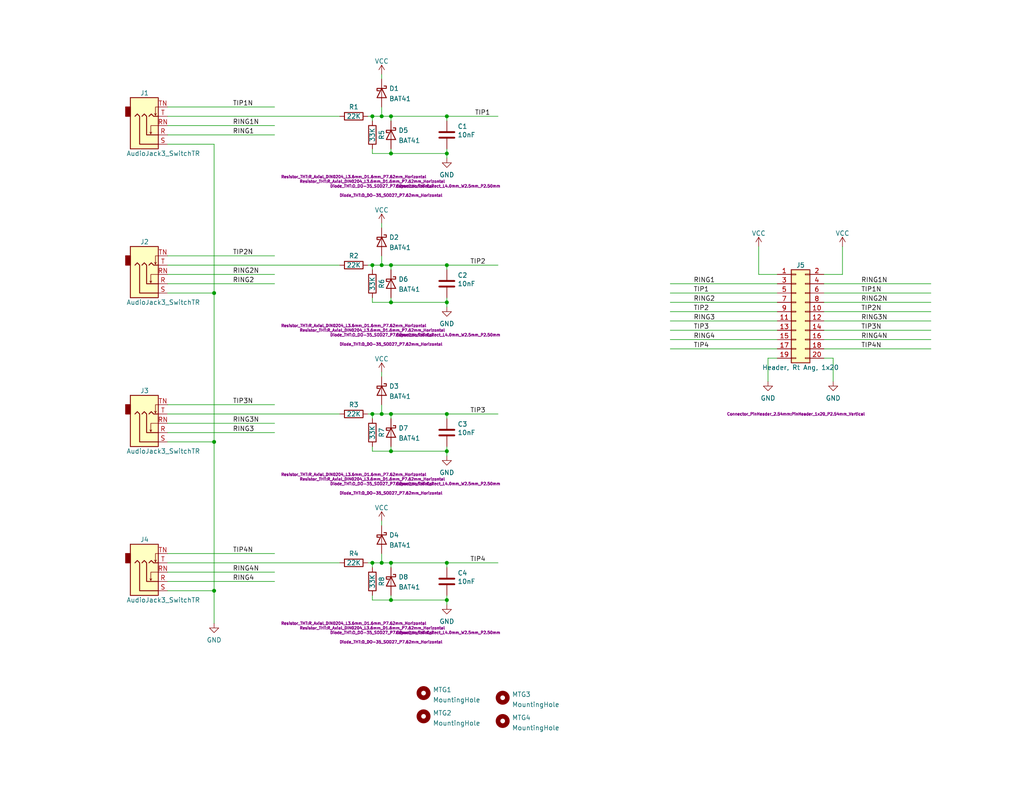
<source format=kicad_sch>
(kicad_sch (version 20211123) (generator eeschema)
  (paper "A")
  (title_block (title "SCALE/CLIP/FILTER JACKS CARD") (date "2022-10-05") (rev "1"))
  (lib_symbols
    (symbol "Connector:AudioJack3_SwitchTR"
      (property "Reference" "J" (at 0 8.89 0))
      (property "Value" "AudioJack3_SwitchTR" (at 0 6.35 0))
      (symbol "AudioJack3_SwitchTR_0_1"
        (rectangle (start -5.08 -5.08) (end -6.35 -7.62) (stroke (width 0.254)) (fill (type outline)))
        (polyline (pts (xy 0.508 -0.254) (xy 0.762 -0.762)))
        (polyline (pts (xy 1.778 -5.334) (xy 2.032 -5.842)))
        (polyline (pts (xy 0 -5.08) (xy 0.635 -5.715) (xy 1.27 -5.08) (xy 2.54 -5.08)) (stroke (width 0.254)))
        (polyline (pts (xy 2.54 -7.62) (xy 1.778 -7.62) (xy 1.778 -5.334) (xy 1.524 -5.842)))
        (polyline (pts (xy 2.54 -2.54) (xy 0.508 -2.54) (xy 0.508 -0.254) (xy 0.254 -0.762)))
        (polyline (pts (xy -1.905 -5.08) (xy -1.27 -5.715) (xy -0.635 -5.08) (xy -0.635 0) (xy 2.54 0)) (stroke (width 0.254)))
        (polyline (pts (xy 2.54 2.54) (xy -2.54 2.54) (xy -2.54 -5.08) (xy -3.175 -5.715) (xy -3.81 -5.08)) (stroke (width 0.254)))
        (rectangle (start 2.54 3.81) (end -5.08 -10.16) (stroke (width 0.254)) (fill (type background)))
      )
      (symbol "AudioJack3_SwitchTR_1_1"
        (pin passive line (at 5.08 0 180) (length 2.54) (name "~") (number "R"))
        (pin passive line (at 5.08 -2.54 180) (length 2.54) (name "~") (number "RN"))
        (pin passive line (at 5.08 2.54 180) (length 2.54) (name "~") (number "S"))
        (pin passive line (at 5.08 -5.08 180) (length 2.54) (name "~") (number "T"))
        (pin passive line (at 5.08 -7.62 180) (length 2.54) (name "~") (number "TN"))
      )
    )
    (symbol "Connector_Generic:Conn_02x10_Odd_Even" (pin_names (offset 1.016) hide)
      (property "Reference" "J" (at 1.27 12.7 0))
      (property "Value" "Conn_02x10_Odd_Even" (at 1.27 -15.24 0))
      (symbol "Conn_02x10_Odd_Even_1_1"
        (rectangle (start -1.27 -12.573) (end 0 -12.827) (stroke (width 0.1524)))
        (rectangle (start -1.27 -10.033) (end 0 -10.287) (stroke (width 0.1524)))
        (rectangle (start -1.27 -7.493) (end 0 -7.747) (stroke (width 0.1524)))
        (rectangle (start -1.27 -4.953) (end 0 -5.207) (stroke (width 0.1524)))
        (rectangle (start -1.27 -2.413) (end 0 -2.667) (stroke (width 0.1524)))
        (rectangle (start -1.27 0.127) (end 0 -0.127) (stroke (width 0.1524)))
        (rectangle (start -1.27 2.667) (end 0 2.413) (stroke (width 0.1524)))
        (rectangle (start -1.27 5.207) (end 0 4.953) (stroke (width 0.1524)))
        (rectangle (start -1.27 7.747) (end 0 7.493) (stroke (width 0.1524)))
        (rectangle (start -1.27 10.287) (end 0 10.033) (stroke (width 0.1524)))
        (rectangle (start -1.27 11.43) (end 3.81 -13.97) (stroke (width 0.254)) (fill (type background)))
        (rectangle (start 3.81 -12.573) (end 2.54 -12.827) (stroke (width 0.1524)))
        (rectangle (start 3.81 -10.033) (end 2.54 -10.287) (stroke (width 0.1524)))
        (rectangle (start 3.81 -7.493) (end 2.54 -7.747) (stroke (width 0.1524)))
        (rectangle (start 3.81 -4.953) (end 2.54 -5.207) (stroke (width 0.1524)))
        (rectangle (start 3.81 -2.413) (end 2.54 -2.667) (stroke (width 0.1524)))
        (rectangle (start 3.81 0.127) (end 2.54 -0.127) (stroke (width 0.1524)))
        (rectangle (start 3.81 2.667) (end 2.54 2.413) (stroke (width 0.1524)))
        (rectangle (start 3.81 5.207) (end 2.54 4.953) (stroke (width 0.1524)))
        (rectangle (start 3.81 7.747) (end 2.54 7.493) (stroke (width 0.1524)))
        (rectangle (start 3.81 10.287) (end 2.54 10.033) (stroke (width 0.1524)))
        (pin passive line (at -5.08 10.16 0) (length 3.81) (name "Pin_1") (number "1"))
        (pin passive line (at 7.62 0 180) (length 3.81) (name "Pin_10") (number "10"))
        (pin passive line (at -5.08 -2.54 0) (length 3.81) (name "Pin_11") (number "11"))
        (pin passive line (at 7.62 -2.54 180) (length 3.81) (name "Pin_12") (number "12"))
        (pin passive line (at -5.08 -5.08 0) (length 3.81) (name "Pin_13") (number "13"))
        (pin passive line (at 7.62 -5.08 180) (length 3.81) (name "Pin_14") (number "14"))
        (pin passive line (at -5.08 -7.62 0) (length 3.81) (name "Pin_15") (number "15"))
        (pin passive line (at 7.62 -7.62 180) (length 3.81) (name "Pin_16") (number "16"))
        (pin passive line (at -5.08 -10.16 0) (length 3.81) (name "Pin_17") (number "17"))
        (pin passive line (at 7.62 -10.16 180) (length 3.81) (name "Pin_18") (number "18"))
        (pin passive line (at -5.08 -12.7 0) (length 3.81) (name "Pin_19") (number "19"))
        (pin passive line (at 7.62 10.16 180) (length 3.81) (name "Pin_2") (number "2"))
        (pin passive line (at 7.62 -12.7 180) (length 3.81) (name "Pin_20") (number "20"))
        (pin passive line (at -5.08 7.62 0) (length 3.81) (name "Pin_3") (number "3"))
        (pin passive line (at 7.62 7.62 180) (length 3.81) (name "Pin_4") (number "4"))
        (pin passive line (at -5.08 5.08 0) (length 3.81) (name "Pin_5") (number "5"))
        (pin passive line (at 7.62 5.08 180) (length 3.81) (name "Pin_6") (number "6"))
        (pin passive line (at -5.08 2.54 0) (length 3.81) (name "Pin_7") (number "7"))
        (pin passive line (at 7.62 2.54 180) (length 3.81) (name "Pin_8") (number "8"))
        (pin passive line (at -5.08 0 0) (length 3.81) (name "Pin_9") (number "9"))
      )
    )
    (symbol "Device:C" (pin_numbers hide) (pin_names (offset 0.254))
      (property "Reference" "C" (at 0.635 2.54 0))
      (property "Value" "C" (at 0.635 -2.54 0))
      (symbol "C_0_1"
        (polyline (pts (xy -2.032 -0.762) (xy 2.032 -0.762)) (stroke (width 0.508)))
        (polyline (pts (xy -2.032 0.762) (xy 2.032 0.762)) (stroke (width 0.508)))
      )
      (symbol "C_1_1"
        (pin passive line (at 0 3.81 270) (length 2.794) (name "~") (number "1"))
        (pin passive line (at 0 -3.81 90) (length 2.794) (name "~") (number "2"))
      )
    )
    (symbol "Device:D_Schottky" (pin_numbers hide) (pin_names (offset 1.016) hide)
      (property "Reference" "D" (at 0 2.54 0))
      (property "Value" "D_Schottky" (at 0 -2.54 0))
      (symbol "D_Schottky_0_1"
        (polyline (pts (xy 1.27 0) (xy -1.27 0)))
        (polyline (pts (xy 1.27 1.27) (xy 1.27 -1.27) (xy -1.27 0) (xy 1.27 1.27)) (stroke (width 0.254)))
        (polyline (pts (xy -1.905 0.635) (xy -1.905 1.27) (xy -1.27 1.27) (xy -1.27 -1.27) (xy -0.635 -1.27) (xy -0.635 -0.635)) (stroke (width 0.254)))
      )
      (symbol "D_Schottky_1_1"
        (pin passive line (at -3.81 0 0) (length 2.54) (name "K") (number "1"))
        (pin passive line (at 3.81 0 180) (length 2.54) (name "A") (number "2"))
      )
    )
    (symbol "Device:R" (pin_numbers hide) (pin_names (offset 0))
      (property "Reference" "R" (at 2.032 0 90))
      (property "Value" "R" (at 0 0 90))
      (symbol "R_0_1"
        (rectangle (start -1.016 -2.54) (end 1.016 2.54) (stroke (width 0.254)))
      )
      (symbol "R_1_1"
        (pin passive line (at 0 3.81 270) (length 1.27) (name "~") (number "1"))
        (pin passive line (at 0 -3.81 90) (length 1.27) (name "~") (number "2"))
      )
    )
    (symbol "Mechanical:MountingHole" (pin_names (offset 1.016))
      (property "Reference" "H" (at 0 5.08 0))
      (property "Value" "MountingHole" (at 0 3.175 0))
      (symbol "MountingHole_0_1"
        (circle (center 0 0) (radius 1.27) (stroke (width 1.27)))
      )
    )
    (symbol "power:GND" (power) (pin_names (offset 0))
      (property "Value" "GND" (at 0 -3.81 0))
      (symbol "GND_0_1"
        (polyline (pts (xy 0 0) (xy 0 -1.27) (xy 1.27 -1.27) (xy 0 -2.54) (xy -1.27 -1.27) (xy 0 -1.27)))
      )
      (symbol "GND_1_1"
        (pin power_in line (at 0 0 270) (length 0) hide (name "GND") (number "1"))
      )
    )
    (symbol "power:VCC" (power) (pin_names (offset 0))
      (property "Value" "VCC" (at 0 3.81 0))
      (symbol "VCC_0_1"
        (polyline (pts (xy -0.762 1.27) (xy 0 2.54)))
        (polyline (pts (xy 0 0) (xy 0 2.54)))
        (polyline (pts (xy 0 2.54) (xy 0.762 1.27)))
      )
      (symbol "VCC_1_1"
        (pin power_in line (at 0 0 90) (length 0) hide (name "VCC") (number "1"))
      )
    )
  )
  (junction (at 121.92 153.67))
  (junction (at 121.92 163.83))
  (junction (at 106.68 41.91))
  (junction (at 121.92 72.39))
  (junction (at 106.68 123.19))
  (junction (at 106.68 113.03))
  (junction (at 106.68 31.75))
  (junction (at 121.92 113.03))
  (junction (at 121.92 123.19))
  (junction (at 121.92 41.91))
  (junction (at 104.14 31.75))
  (junction (at 104.14 72.39))
  (junction (at 106.68 72.39))
  (junction (at 58.42 80.01))
  (junction (at 106.68 153.67))
  (junction (at 121.92 31.75))
  (junction (at 106.68 163.83))
  (junction (at 58.42 161.29))
  (junction (at 106.68 82.55))
  (junction (at 121.92 82.55))
  (junction (at 101.6 113.03))
  (junction (at 101.6 153.67))
  (junction (at 104.14 113.03))
  (junction (at 58.42 120.65))
  (junction (at 101.6 72.39))
  (junction (at 101.6 31.75))
  (junction (at 104.14 153.67))
  (wire (pts (xy 101.6 113.03) (xy 101.6 114.3)))
  (wire (pts (xy 100.33 153.67) (xy 101.6 153.67)))
  (wire (pts (xy 121.92 113.03) (xy 106.68 113.03)))
  (wire (pts (xy 100.33 72.39) (xy 101.6 72.39)))
  (wire (pts (xy 135.89 72.39) (xy 121.92 72.39)))
  (wire (pts (xy 58.42 39.37) (xy 58.42 80.01)))
  (wire (pts (xy 106.68 121.92) (xy 106.68 123.19)))
  (wire (pts (xy 121.92 40.64) (xy 121.92 41.91)))
  (wire (pts (xy 121.92 121.92) (xy 121.92 123.19)))
  (wire (pts (xy 106.68 72.39) (xy 106.68 73.66)))
  (wire (pts (xy 182.88 82.55) (xy 212.09 82.55)))
  (wire (pts (xy 45.72 39.37) (xy 58.42 39.37)))
  (wire (pts (xy 45.72 36.83) (xy 74.93 36.83)))
  (wire (pts (xy 45.72 151.13) (xy 74.93 151.13)))
  (wire (pts (xy 212.09 97.79) (xy 209.55 97.79)))
  (wire (pts (xy 104.14 31.75) (xy 106.68 31.75)))
  (wire (pts (xy 45.72 118.11) (xy 74.93 118.11)))
  (wire (pts (xy 101.6 31.75) (xy 104.14 31.75)))
  (wire (pts (xy 121.92 162.56) (xy 121.92 163.83)))
  (wire (pts (xy 182.88 92.71) (xy 212.09 92.71)))
  (wire (pts (xy 182.88 80.01) (xy 212.09 80.01)))
  (wire (pts (xy 100.33 31.75) (xy 101.6 31.75)))
  (wire (pts (xy 121.92 73.66) (xy 121.92 72.39)))
  (wire (pts (xy 224.79 92.71) (xy 254 92.71)))
  (wire (pts (xy 101.6 31.75) (xy 101.6 33.02)))
  (wire (pts (xy 100.33 113.03) (xy 101.6 113.03)))
  (wire (pts (xy 182.88 95.25) (xy 212.09 95.25)))
  (wire (pts (xy 101.6 113.03) (xy 104.14 113.03)))
  (wire (pts (xy 106.68 41.91) (xy 121.92 41.91)))
  (wire (pts (xy 101.6 163.83) (xy 101.6 162.56)))
  (wire (pts (xy 212.09 74.93) (xy 207.01 74.93)))
  (wire (pts (xy 104.14 142.24) (xy 104.14 143.51)))
  (wire (pts (xy 58.42 120.65) (xy 58.42 161.29)))
  (wire (pts (xy 135.89 31.75) (xy 121.92 31.75)))
  (wire (pts (xy 45.72 113.03) (xy 92.71 113.03)))
  (wire (pts (xy 121.92 72.39) (xy 106.68 72.39)))
  (wire (pts (xy 45.72 153.67) (xy 92.71 153.67)))
  (wire (pts (xy 45.72 156.21) (xy 74.93 156.21)))
  (wire (pts (xy 121.92 81.28) (xy 121.92 82.55)))
  (wire (pts (xy 104.14 101.6) (xy 104.14 102.87)))
  (wire (pts (xy 182.88 87.63) (xy 212.09 87.63)))
  (wire (pts (xy 106.68 82.55) (xy 101.6 82.55)))
  (wire (pts (xy 121.92 33.02) (xy 121.92 31.75)))
  (wire (pts (xy 121.92 123.19) (xy 121.92 124.46)))
  (wire (pts (xy 45.72 161.29) (xy 58.42 161.29)))
  (wire (pts (xy 104.14 29.21) (xy 104.14 31.75)))
  (wire (pts (xy 45.72 72.39) (xy 92.71 72.39)))
  (wire (pts (xy 45.72 77.47) (xy 74.93 77.47)))
  (wire (pts (xy 45.72 115.57) (xy 74.93 115.57)))
  (wire (pts (xy 224.79 74.93) (xy 229.87 74.93)))
  (wire (pts (xy 106.68 123.19) (xy 121.92 123.19)))
  (wire (pts (xy 106.68 81.28) (xy 106.68 82.55)))
  (wire (pts (xy 182.88 85.09) (xy 212.09 85.09)))
  (wire (pts (xy 104.14 110.49) (xy 104.14 113.03)))
  (wire (pts (xy 45.72 29.21) (xy 74.93 29.21)))
  (wire (pts (xy 121.92 163.83) (xy 121.92 165.1)))
  (wire (pts (xy 58.42 80.01) (xy 58.42 120.65)))
  (wire (pts (xy 121.92 154.94) (xy 121.92 153.67)))
  (wire (pts (xy 227.33 97.79) (xy 227.33 104.14)))
  (wire (pts (xy 104.14 60.96) (xy 104.14 62.23)))
  (wire (pts (xy 106.68 40.64) (xy 106.68 41.91)))
  (wire (pts (xy 45.72 80.01) (xy 58.42 80.01)))
  (wire (pts (xy 106.68 163.83) (xy 101.6 163.83)))
  (wire (pts (xy 121.92 82.55) (xy 121.92 83.82)))
  (wire (pts (xy 229.87 67.31) (xy 229.87 74.93)))
  (wire (pts (xy 104.14 72.39) (xy 106.68 72.39)))
  (wire (pts (xy 106.68 123.19) (xy 101.6 123.19)))
  (wire (pts (xy 104.14 113.03) (xy 106.68 113.03)))
  (wire (pts (xy 224.79 90.17) (xy 254 90.17)))
  (wire (pts (xy 45.72 74.93) (xy 74.93 74.93)))
  (wire (pts (xy 101.6 153.67) (xy 104.14 153.67)))
  (wire (pts (xy 45.72 120.65) (xy 58.42 120.65)))
  (wire (pts (xy 104.14 153.67) (xy 106.68 153.67)))
  (wire (pts (xy 106.68 113.03) (xy 106.68 114.3)))
  (wire (pts (xy 135.89 113.03) (xy 121.92 113.03)))
  (wire (pts (xy 224.79 87.63) (xy 254 87.63)))
  (wire (pts (xy 45.72 31.75) (xy 92.71 31.75)))
  (wire (pts (xy 182.88 90.17) (xy 212.09 90.17)))
  (wire (pts (xy 135.89 153.67) (xy 121.92 153.67)))
  (wire (pts (xy 45.72 158.75) (xy 74.93 158.75)))
  (wire (pts (xy 45.72 69.85) (xy 74.93 69.85)))
  (wire (pts (xy 104.14 20.32) (xy 104.14 21.59)))
  (wire (pts (xy 224.79 82.55) (xy 254 82.55)))
  (wire (pts (xy 121.92 41.91) (xy 121.92 43.18)))
  (wire (pts (xy 106.68 163.83) (xy 121.92 163.83)))
  (wire (pts (xy 224.79 95.25) (xy 254 95.25)))
  (wire (pts (xy 106.68 41.91) (xy 101.6 41.91)))
  (wire (pts (xy 224.79 80.01) (xy 254 80.01)))
  (wire (pts (xy 101.6 82.55) (xy 101.6 81.28)))
  (wire (pts (xy 101.6 72.39) (xy 104.14 72.39)))
  (wire (pts (xy 224.79 85.09) (xy 254 85.09)))
  (wire (pts (xy 224.79 97.79) (xy 227.33 97.79)))
  (wire (pts (xy 121.92 31.75) (xy 106.68 31.75)))
  (wire (pts (xy 121.92 153.67) (xy 106.68 153.67)))
  (wire (pts (xy 104.14 69.85) (xy 104.14 72.39)))
  (wire (pts (xy 101.6 153.67) (xy 101.6 154.94)))
  (wire (pts (xy 45.72 110.49) (xy 74.93 110.49)))
  (wire (pts (xy 207.01 67.31) (xy 207.01 74.93)))
  (wire (pts (xy 224.79 77.47) (xy 254 77.47)))
  (wire (pts (xy 101.6 72.39) (xy 101.6 73.66)))
  (wire (pts (xy 106.68 82.55) (xy 121.92 82.55)))
  (wire (pts (xy 106.68 153.67) (xy 106.68 154.94)))
  (wire (pts (xy 106.68 162.56) (xy 106.68 163.83)))
  (wire (pts (xy 121.92 114.3) (xy 121.92 113.03)))
  (wire (pts (xy 45.72 34.29) (xy 74.93 34.29)))
  (wire (pts (xy 101.6 123.19) (xy 101.6 121.92)))
  (wire (pts (xy 209.55 97.79) (xy 209.55 104.14)))
  (wire (pts (xy 182.88 77.47) (xy 212.09 77.47)))
  (wire (pts (xy 104.14 151.13) (xy 104.14 153.67)))
  (wire (pts (xy 101.6 41.91) (xy 101.6 40.64)))
  (wire (pts (xy 106.68 31.75) (xy 106.68 33.02)))
  (wire (pts (xy 58.42 161.29) (xy 58.42 170.18)))
  (label "RING4N" (at 234.95 92.71 0))
  (label "RING2N" (at 234.95 82.55 0))
  (label "TIP4N" (at 63.5 151.13 0))
  (label "RING2N" (at 63.5 74.93 0))
  (label "TIP1N" (at 234.95 80.01 0))
  (label "RING1N" (at 234.95 77.47 0))
  (label "RING3" (at 189.23 87.63 0))
  (label "TIP3" (at 189.23 90.17 0))
  (label "TIP4" (at 189.23 95.25 0))
  (label "TIP2" (at 128.27 72.39 0))
  (label "TIP1" (at 129.54 31.75 0))
  (label "TIP4" (at 128.27 153.67 0))
  (label "RING2" (at 189.23 82.55 0))
  (label "RING3" (at 63.5 118.11 0))
  (label "TIP2" (at 189.23 85.09 0))
  (label "TIP1N" (at 63.5 29.21 0))
  (label "TIP3N" (at 63.5 110.49 0))
  (label "RING4" (at 63.5 158.75 0))
  (label "TIP2N" (at 234.95 85.09 0))
  (label "RING3N" (at 234.95 87.63 0))
  (label "RING3N" (at 63.5 115.57 0))
  (label "RING1" (at 63.5 36.83 0))
  (label "RING2" (at 63.5 77.47 0))
  (label "RING1" (at 189.23 77.47 0))
  (label "RING4N" (at 63.5 156.21 0))
  (label "RING1N" (at 63.5 34.29 0))
  (label "TIP4N" (at 234.95 95.25 0))
  (label "TIP3N" (at 234.95 90.17 0))
  (label "TIP1" (at 189.23 80.01 0))
  (label "TIP2N" (at 63.5 69.85 0))
  (label "TIP3" (at 128.27 113.03 0))
  (label "RING4" (at 189.23 92.71 0))
  (symbol (lib_id "Device:R") (at 101.6 158.75 180) (unit 1)
    (property "Reference" "R8" (at 104.14 158.75 90))
    (property "Value" "33K" (at 101.6 158.75 90))
    (property "Footprint" "Resistor_THT:R_Axial_DIN0204_L3.6mm_D1.6mm_P7.62mm_Horizontal" (at 101.6 171.45 0) (effects (font (size 0.762 0.762))))
    (property "Datasheet" "https://www.mouser.com/ProductDetail/Xicon/299-33K-RC?qs=33VvRrBYlfL73DHymUL5Hg%3D%3D" (effects hide))
  )
  (symbol (lib_id "power:GND") (at 121.92 83.82 0) (unit 1)
    (property "Reference" "#PWR0106" (effects hide))
    (property "Value" "GND" (at 121.92 88.3825 0))
  )
  (symbol (lib_id "power:GND") (at 209.55 104.14 0) (unit 1)
    (property "Reference" "#PWR0110" (effects hide))
    (property "Value" "GND" (at 209.55 108.7025 0))
  )
  (symbol (lib_id "power:VCC") (at 104.14 60.96 0) (unit 1)
    (property "Reference" "#PWR0112" (effects hide))
    (property "Value" "VCC" (at 104.14 57.3555 0))
  )
  (symbol (lib_id "power:GND") (at 121.92 124.46 0) (unit 1)
    (property "Reference" "#PWR0103" (effects hide))
    (property "Value" "GND" (at 121.92 129.0225 0))
  )
  (symbol (lib_id "Device:R") (at 96.52 31.75 90) (unit 1)
    (property "Reference" "R1" (at 96.52 29.21 90))
    (property "Value" "22K" (at 96.52 31.75 90))
    (property "Footprint" "Resistor_THT:R_Axial_DIN0204_L3.6mm_D1.6mm_P7.62mm_Horizontal" (at 96.52 48.26 90) (effects (font (size 0.762 0.762))))
    (property "Datasheet" "https://www.mouser.com/ProductDetail/Xicon/299-22K-RC?qs=TIe0t8ne477uPubRcnOArw%3D%3D" (effects hide))
  )
  (symbol (lib_id "power:VCC") (at 229.87 67.31 0) (unit 1)
    (property "Reference" "#PWR0105" (effects hide))
    (property "Value" "VCC" (at 229.87 63.7055 0))
  )
  (symbol (lib_id "Connector:AudioJack3_SwitchTR") (at 40.64 77.47 0) (mirror x) (unit 1)
    (property "Reference" "J2" (at 40.64 66.04 0) (effects (justify right)))
    (property "Value" "AudioJack3_SwitchTR" (at 54.61 82.55 0) (effects (justify right)))
    (property "Footprint" "LandBoards_Conns:Jack_3.5mm_CUI_SJ1-3523N_Horizontal" (effects hide))
  )
  (symbol (lib_id "Device:D_Schottky") (at 106.68 118.11 270) (unit 1)
    (property "Reference" "D7" (at 108.712 116.884 90) (effects (justify left)))
    (property "Value" "BAT41" (at 108.712 119.6591 90) (effects (justify left)))
    (property "Footprint" "Diode_THT:D_DO-35_SOD27_P7.62mm_Horizontal" (at 106.68 134.62 90) (effects (font (size 0.762 0.762))))
    (property "Datasheet" "https://www.mouser.com/ProductDetail/511-BAT41" (effects hide))
  )
  (symbol (lib_id "Device:C") (at 121.92 36.83 0) (unit 1)
    (property "Reference" "C1" (at 124.841 34.5186 0) (effects (justify left)))
    (property "Value" "10nF" (at 124.841 36.83 0) (effects (justify left)))
    (property "Footprint" "Capacitor_THT:C_Rect_L4.0mm_W2.5mm_P2.50mm" (at 107.95 50.8 0) (effects (font (size 0.762 0.762)) (justify left)))
    (property "Datasheet" "https://www.mouser.com/ProductDetail/594-K103K10X7RF53L2" (effects hide))
  )
  (symbol (lib_id "Device:D_Schottky") (at 106.68 77.47 270) (unit 1)
    (property "Reference" "D6" (at 108.712 76.244 90) (effects (justify left)))
    (property "Value" "BAT41" (at 108.712 79.0191 90) (effects (justify left)))
    (property "Footprint" "Diode_THT:D_DO-35_SOD27_P7.62mm_Horizontal" (at 106.68 93.98 90) (effects (font (size 0.762 0.762))))
    (property "Datasheet" "https://www.mouser.com/ProductDetail/511-BAT41" (effects hide))
  )
  (symbol (lib_id "Device:C") (at 121.92 77.47 0) (unit 1)
    (property "Reference" "C2" (at 124.841 75.1586 0) (effects (justify left)))
    (property "Value" "10nF" (at 124.841 77.47 0) (effects (justify left)))
    (property "Footprint" "Capacitor_THT:C_Rect_L4.0mm_W2.5mm_P2.50mm" (at 107.95 91.44 0) (effects (font (size 0.762 0.762)) (justify left)))
    (property "Datasheet" "https://www.mouser.com/ProductDetail/594-K103K10X7RF53L2" (effects hide))
  )
  (symbol (lib_id "power:VCC") (at 207.01 67.31 0) (unit 1)
    (property "Reference" "#PWR0109" (effects hide))
    (property "Value" "VCC" (at 207.01 63.7055 0))
  )
  (symbol (lib_id "power:VCC") (at 104.14 20.32 0) (unit 1)
    (property "Reference" "#PWR0113" (effects hide))
    (property "Value" "VCC" (at 104.14 16.7155 0))
  )
  (symbol (lib_id "Connector:AudioJack3_SwitchTR") (at 40.64 158.75 0) (mirror x) (unit 1)
    (property "Reference" "J4" (at 40.64 147.32 0) (effects (justify right)))
    (property "Value" "AudioJack3_SwitchTR" (at 54.61 163.83 0) (effects (justify right)))
    (property "Footprint" "LandBoards_Conns:Jack_3.5mm_CUI_SJ1-3523N_Horizontal" (effects hide))
  )
  (symbol (lib_id "power:VCC") (at 104.14 142.24 0) (unit 1)
    (property "Reference" "#PWR0107" (effects hide))
    (property "Value" "VCC" (at 104.14 138.6355 0))
  )
  (symbol (lib_id "Mechanical:MountingHole") (at 137.16 190.5 0) (unit 1)
    (property "Reference" "MTG3" (at 139.7 189.5915 0) (effects (justify left)))
    (property "Value" "MountingHole" (at 139.7 192.3666 0) (effects (justify left)))
    (property "Footprint" "LandBoards_MountHoles:MTG-4-40" (effects hide))
  )
  (symbol (lib_id "power:GND") (at 227.33 104.14 0) (unit 1)
    (property "Reference" "#PWR0101" (effects hide))
    (property "Value" "GND" (at 227.33 108.7025 0))
  )
  (symbol (lib_id "Device:R") (at 96.52 153.67 90) (unit 1)
    (property "Reference" "R4" (at 96.52 151.13 90))
    (property "Value" "22K" (at 96.52 153.67 90))
    (property "Footprint" "Resistor_THT:R_Axial_DIN0204_L3.6mm_D1.6mm_P7.62mm_Horizontal" (at 96.52 170.18 90) (effects (font (size 0.762 0.762))))
    (property "Datasheet" "https://www.mouser.com/ProductDetail/Xicon/299-22K-RC?qs=TIe0t8ne477uPubRcnOArw%3D%3D" (effects hide))
  )
  (symbol (lib_id "Device:R") (at 96.52 113.03 90) (unit 1)
    (property "Reference" "R3" (at 96.52 110.49 90))
    (property "Value" "22K" (at 96.52 113.03 90))
    (property "Footprint" "Resistor_THT:R_Axial_DIN0204_L3.6mm_D1.6mm_P7.62mm_Horizontal" (at 96.52 129.54 90) (effects (font (size 0.762 0.762))))
    (property "Datasheet" "https://www.mouser.com/ProductDetail/Xicon/299-22K-RC?qs=TIe0t8ne477uPubRcnOArw%3D%3D" (effects hide))
  )
  (symbol (lib_id "Device:D_Schottky") (at 106.68 36.83 270) (unit 1)
    (property "Reference" "D5" (at 108.712 35.604 90) (effects (justify left)))
    (property "Value" "BAT41" (at 108.712 38.3791 90) (effects (justify left)))
    (property "Footprint" "Diode_THT:D_DO-35_SOD27_P7.62mm_Horizontal" (at 106.68 53.34 90) (effects (font (size 0.762 0.762))))
    (property "Datasheet" "https://www.mouser.com/ProductDetail/511-BAT41" (effects hide))
  )
  (symbol (lib_id "Mechanical:MountingHole") (at 115.57 195.58 0) (unit 1)
    (property "Reference" "MTG2" (at 118.11 194.6715 0) (effects (justify left)))
    (property "Value" "MountingHole" (at 118.11 197.4466 0) (effects (justify left)))
    (property "Footprint" "LandBoards_MountHoles:MTG-4-40" (effects hide))
  )
  (symbol (lib_id "Device:R") (at 101.6 36.83 180) (unit 1)
    (property "Reference" "R5" (at 104.14 36.83 90))
    (property "Value" "33K" (at 101.6 36.83 90))
    (property "Footprint" "Resistor_THT:R_Axial_DIN0204_L3.6mm_D1.6mm_P7.62mm_Horizontal" (at 101.6 49.53 0) (effects (font (size 0.762 0.762))))
    (property "Datasheet" "https://www.mouser.com/ProductDetail/Xicon/299-33K-RC?qs=33VvRrBYlfL73DHymUL5Hg%3D%3D" (effects hide))
  )
  (symbol (lib_id "power:GND") (at 121.92 43.18 0) (unit 1)
    (property "Reference" "#PWR0111" (effects hide))
    (property "Value" "GND" (at 121.92 47.7425 0))
  )
  (symbol (lib_id "Connector:AudioJack3_SwitchTR") (at 40.64 36.83 0) (mirror x) (unit 1)
    (property "Reference" "J1" (at 40.64 25.4 0) (effects (justify right)))
    (property "Value" "AudioJack3_SwitchTR" (at 54.61 41.91 0) (effects (justify right)))
    (property "Footprint" "LandBoards_Conns:Jack_3.5mm_CUI_SJ1-3523N_Horizontal" (effects hide))
  )
  (symbol (lib_id "power:GND") (at 58.42 170.18 0) (unit 1)
    (property "Reference" "#PWR0102" (effects hide))
    (property "Value" "GND" (at 58.42 174.7425 0))
  )
  (symbol (lib_id "power:GND") (at 121.92 165.1 0) (unit 1)
    (property "Reference" "#PWR0104" (effects hide))
    (property "Value" "GND" (at 121.92 169.6625 0))
  )
  (symbol (lib_id "power:VCC") (at 104.14 101.6 0) (unit 1)
    (property "Reference" "#PWR0108" (effects hide))
    (property "Value" "VCC" (at 104.14 97.9955 0))
  )
  (symbol (lib_id "Device:R") (at 101.6 118.11 180) (unit 1)
    (property "Reference" "R7" (at 104.14 118.11 90))
    (property "Value" "33K" (at 101.6 118.11 90))
    (property "Footprint" "Resistor_THT:R_Axial_DIN0204_L3.6mm_D1.6mm_P7.62mm_Horizontal" (at 101.6 130.81 0) (effects (font (size 0.762 0.762))))
    (property "Datasheet" "https://www.mouser.com/ProductDetail/Xicon/299-33K-RC?qs=33VvRrBYlfL73DHymUL5Hg%3D%3D" (effects hide))
  )
  (symbol (lib_id "Device:D_Schottky") (at 104.14 66.04 270) (unit 1)
    (property "Reference" "D2" (at 106.172 64.814 90) (effects (justify left)))
    (property "Value" "BAT41" (at 106.172 67.5891 90) (effects (justify left)))
    (property "Footprint" "Diode_THT:D_DO-35_SOD27_P7.62mm_Horizontal" (at 104.14 91.44 90) (effects (font (size 0.762 0.762))))
    (property "Datasheet" "https://www.mouser.com/ProductDetail/511-BAT41" (effects hide))
  )
  (symbol (lib_id "Device:D_Schottky") (at 104.14 25.4 270) (unit 1)
    (property "Reference" "D1" (at 106.172 24.174 90) (effects (justify left)))
    (property "Value" "BAT41" (at 106.172 26.9491 90) (effects (justify left)))
    (property "Footprint" "Diode_THT:D_DO-35_SOD27_P7.62mm_Horizontal" (at 104.14 50.8 90) (effects (font (size 0.762 0.762))))
    (property "Datasheet" "https://www.mouser.com/ProductDetail/511-BAT41" (effects hide))
  )
  (symbol (lib_id "Mechanical:MountingHole") (at 137.16 196.85 0) (unit 1)
    (property "Reference" "MTG4" (at 139.7 195.9415 0) (effects (justify left)))
    (property "Value" "MountingHole" (at 139.7 198.7166 0) (effects (justify left)))
    (property "Footprint" "LandBoards_MountHoles:MTG-4-40" (effects hide))
  )
  (symbol (lib_id "Device:R") (at 101.6 77.47 180) (unit 1)
    (property "Reference" "R6" (at 104.14 77.47 90))
    (property "Value" "33K" (at 101.6 77.47 90))
    (property "Footprint" "Resistor_THT:R_Axial_DIN0204_L3.6mm_D1.6mm_P7.62mm_Horizontal" (at 101.6 90.17 0) (effects (font (size 0.762 0.762))))
    (property "Datasheet" "https://www.mouser.com/ProductDetail/Xicon/299-33K-RC?qs=33VvRrBYlfL73DHymUL5Hg%3D%3D" (effects hide))
  )
  (symbol (lib_id "Device:D_Schottky") (at 104.14 106.68 270) (unit 1)
    (property "Reference" "D3" (at 106.172 105.454 90) (effects (justify left)))
    (property "Value" "BAT41" (at 106.172 108.2291 90) (effects (justify left)))
    (property "Footprint" "Diode_THT:D_DO-35_SOD27_P7.62mm_Horizontal" (at 104.14 132.08 90) (effects (font (size 0.762 0.762))))
    (property "Datasheet" "https://www.mouser.com/ProductDetail/511-BAT41" (effects hide))
  )
  (symbol (lib_id "Device:D_Schottky") (at 106.68 158.75 270) (unit 1)
    (property "Reference" "D8" (at 108.712 157.524 90) (effects (justify left)))
    (property "Value" "BAT41" (at 108.712 160.2991 90) (effects (justify left)))
    (property "Footprint" "Diode_THT:D_DO-35_SOD27_P7.62mm_Horizontal" (at 106.68 175.26 90) (effects (font (size 0.762 0.762))))
    (property "Datasheet" "https://www.mouser.com/ProductDetail/511-BAT41" (effects hide))
  )
  (symbol (lib_id "Device:C") (at 121.92 158.75 0) (unit 1)
    (property "Reference" "C4" (at 124.841 156.4386 0) (effects (justify left)))
    (property "Value" "10nF" (at 124.841 158.75 0) (effects (justify left)))
    (property "Footprint" "Capacitor_THT:C_Rect_L4.0mm_W2.5mm_P2.50mm" (at 107.95 172.72 0) (effects (font (size 0.762 0.762)) (justify left)))
    (property "Datasheet" "https://www.mouser.com/ProductDetail/594-K103K10X7RF53L2" (effects hide))
  )
  (symbol (lib_id "Device:D_Schottky") (at 104.14 147.32 270) (unit 1)
    (property "Reference" "D4" (at 106.172 146.094 90) (effects (justify left)))
    (property "Value" "BAT41" (at 106.172 148.8691 90) (effects (justify left)))
    (property "Footprint" "Diode_THT:D_DO-35_SOD27_P7.62mm_Horizontal" (at 104.14 172.72 90) (effects (font (size 0.762 0.762))))
    (property "Datasheet" "https://www.mouser.com/ProductDetail/511-BAT41" (effects hide))
  )
  (symbol (lib_id "Mechanical:MountingHole") (at 115.57 189.23 0) (unit 1)
    (property "Reference" "MTG1" (at 118.11 188.3215 0) (effects (justify left)))
    (property "Value" "MountingHole" (at 118.11 191.0966 0) (effects (justify left)))
    (property "Footprint" "LandBoards_MountHoles:MTG-4-40" (effects hide))
  )
  (symbol (lib_id "Connector_Generic:Conn_02x10_Odd_Even") (at 217.17 85.09 0) (unit 1)
    (property "Reference" "J5" (at 218.44 72.39 0))
    (property "Value" "Header, Rt Ang, 1x20" (at 218.44 100.33 0))
    (property "Footprint" "Connector_PinHeader_2.54mm:PinHeader_1x20_P2.54mm_Vertical" (at 217.17 113.03 0) (effects (font (size 0.762 0.762))))
  )
  (symbol (lib_id "Connector:AudioJack3_SwitchTR") (at 40.64 118.11 0) (mirror x) (unit 1)
    (property "Reference" "J3" (at 40.64 106.68 0) (effects (justify right)))
    (property "Value" "AudioJack3_SwitchTR" (at 54.61 123.19 0) (effects (justify right)))
    (property "Footprint" "LandBoards_Conns:Jack_3.5mm_CUI_SJ1-3523N_Horizontal" (effects hide))
  )
  (symbol (lib_id "Device:R") (at 96.52 72.39 90) (unit 1)
    (property "Reference" "R2" (at 96.52 69.85 90))
    (property "Value" "22K" (at 96.52 72.39 90))
    (property "Footprint" "Resistor_THT:R_Axial_DIN0204_L3.6mm_D1.6mm_P7.62mm_Horizontal" (at 96.52 88.9 90) (effects (font (size 0.762 0.762))))
    (property "Datasheet" "https://www.mouser.com/ProductDetail/Xicon/299-22K-RC?qs=TIe0t8ne477uPubRcnOArw%3D%3D" (effects hide))
  )
  (symbol (lib_id "Device:C") (at 121.92 118.11 0) (unit 1)
    (property "Reference" "C3" (at 124.841 115.7986 0) (effects (justify left)))
    (property "Value" "10nF" (at 124.841 118.11 0) (effects (justify left)))
    (property "Footprint" "Capacitor_THT:C_Rect_L4.0mm_W2.5mm_P2.50mm" (at 107.95 132.08 0) (effects (font (size 0.762 0.762)) (justify left)))
    (property "Datasheet" "https://www.mouser.com/ProductDetail/594-K103K10X7RF53L2" (effects hide))
  )
)
</source>
